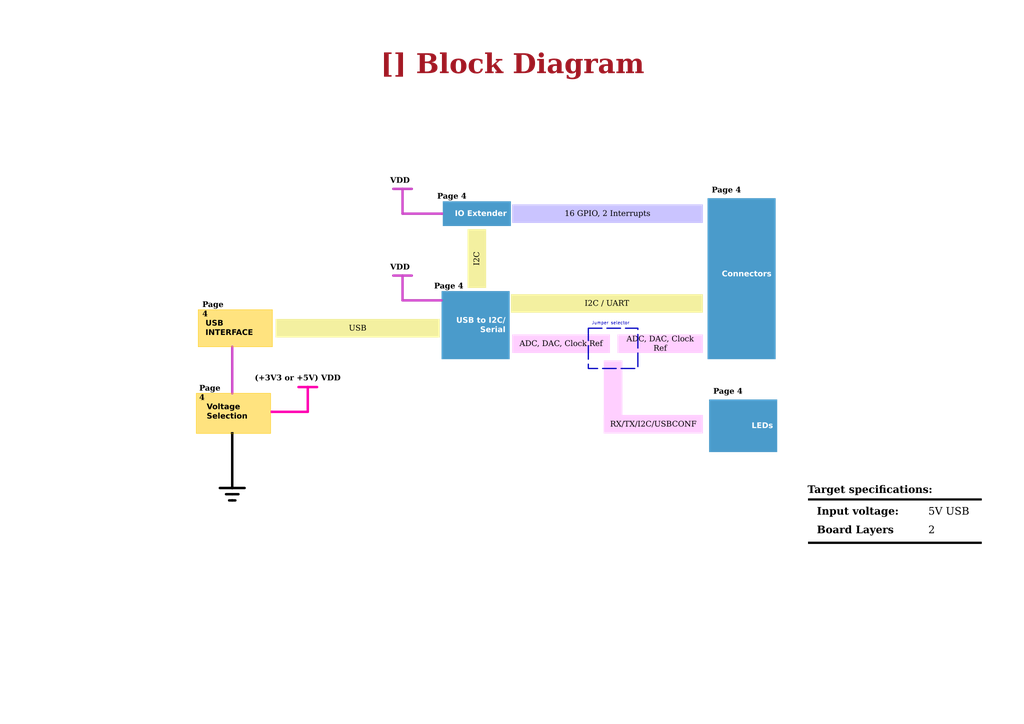
<source format=kicad_sch>
(kicad_sch
	(version 20250114)
	(generator "eeschema")
	(generator_version "9.0")
	(uuid "d4440dba-022e-49b2-97f2-6fc1871c7304")
	(paper "A3")
	(title_block
		(title "Block Diagram")
		(date "Last Modified Date")
		(rev "${REVISION}")
		(company "${COMPANY}")
	)
	(lib_symbols)
	(rectangle
		(start 80.518 161.29)
		(end 110.998 177.8)
		(stroke
			(width 0)
			(type default)
			(color 255 200 0 0.5019607843)
		)
		(fill
			(type color)
			(color 255 200 0 0.5019607843)
		)
		(uuid 2d9051c0-06cf-4e3a-9d86-de06c0d33079)
	)
	(rectangle
		(start 180.975 87.249)
		(end 181.61 88.011)
		(stroke
			(width 0.25)
			(type default)
			(color 198 71 194 1)
		)
		(fill
			(type color)
			(color 198 71 194 1)
		)
		(uuid 71a7bc8d-71ba-4784-b706-1c489dd4699b)
	)
	(rectangle
		(start 331.47 222.25)
		(end 402.59 223.012)
		(stroke
			(width 0)
			(type default)
			(color 0 0 0 1)
		)
		(fill
			(type color)
			(color 0 0 0 1)
		)
		(uuid 8956a1c0-282a-4b1e-927b-8bc74278d14f)
	)
	(rectangle
		(start 81.28 127)
		(end 111.76 142.24)
		(stroke
			(width 0)
			(type default)
			(color 255 200 0 0.5019607843)
		)
		(fill
			(type color)
			(color 255 200 0 0.5019607843)
		)
		(uuid a47826fc-526c-4a52-84ae-b6a04e3e3b0c)
	)
	(rectangle
		(start 241.3 134.62)
		(end 261.62 151.13)
		(stroke
			(width 0.508)
			(type dash)
		)
		(fill
			(type none)
		)
		(uuid a8b0eaaf-5af9-4125-94de-49d70ec14934)
	)
	(rectangle
		(start 94.742 177.292)
		(end 95.758 178.054)
		(stroke
			(width 0.001)
			(type default)
			(color 0 0 0 1)
		)
		(fill
			(type color)
			(color 0 0 0 1)
		)
		(uuid b708d319-09b2-4d42-8c3b-186b2ae54113)
	)
	(rectangle
		(start 331.47 204.47)
		(end 402.59 205.232)
		(stroke
			(width 0)
			(type default)
			(color 0 0 0 1)
		)
		(fill
			(type color)
			(color 0 0 0 1)
		)
		(uuid d631d51a-2515-45dc-a2c0-e57c4fee46cd)
	)
	(rectangle
		(start 111.125 168.529)
		(end 111.76 169.291)
		(stroke
			(width 0.25)
			(type default)
			(color 255 0 171 1)
		)
		(fill
			(type color)
			(color 255 0 171 1)
		)
		(uuid e7ce496d-41ff-4f99-ad4b-3310127e6767)
	)
	(text "(+3V3 or +5V) VDD"
		(exclude_from_sim no)
		(at 139.7 157.226 0)
		(effects
			(font
				(face "Times New Roman")
				(size 2.286 2.286)
				(thickness 0.4572)
				(bold yes)
				(color 0 0 0 1)
			)
			(justify right bottom)
		)
		(uuid "21652dff-f089-4644-9826-ab550c17fe1e")
	)
	(text "VDD"
		(exclude_from_sim no)
		(at 160.02 76.2 0)
		(effects
			(font
				(face "Times New Roman")
				(size 2.286 2.286)
				(thickness 0.4572)
				(bold yes)
				(color 0 0 0 1)
			)
			(justify left bottom)
		)
		(uuid "61bcd564-dc47-4abd-8776-b89cef66ed38")
	)
	(text "Jumper selector"
		(exclude_from_sim no)
		(at 250.444 132.588 0)
		(effects
			(font
				(size 1.27 1.27)
			)
		)
		(uuid "b6a1eb32-78ef-427d-ac87-19925bea9eb1")
	)
	(text "VDD"
		(exclude_from_sim no)
		(at 160.02 111.76 0)
		(effects
			(font
				(face "Times New Roman")
				(size 2.286 2.286)
				(thickness 0.4572)
				(bold yes)
				(color 0 0 0 1)
			)
			(justify left bottom)
		)
		(uuid "be432666-a423-4de2-897b-8514730b8454")
	)
	(text_box ""
		(exclude_from_sim no)
		(at 247.65 147.828 90)
		(size 7.62 29.972)
		(margins 1.7144 1.7144 1.7144 1.7144)
		(stroke
			(width -0.0001)
			(type solid)
		)
		(fill
			(type color)
			(color 255 207 255 1)
		)
		(effects
			(font
				(face "Times New Roman")
				(size 2.286 2.286)
				(italic yes)
				(color 0 0 0 1)
			)
		)
		(uuid "048a7574-31eb-4ed2-8a6c-16a3a076a276")
	)
	(text_box "USB\nINTERFACE"
		(exclude_from_sim no)
		(at 82.55 129.54 0)
		(size 25.4 10.16)
		(margins 1.7144 1.7144 1.7144 1.7144)
		(stroke
			(width -0.0001)
			(type solid)
		)
		(fill
			(type none)
		)
		(effects
			(font
				(face "Arial")
				(size 2.286 2.286)
				(thickness 0.254)
				(bold yes)
				(color 0 0 0 1)
			)
			(justify left top)
		)
		(uuid "09ba23be-b0e7-4b83-8609-d145cf0340f4")
	)
	(text_box "Connectors\n\n\n"
		(exclude_from_sim no)
		(at 290.195 81.28 0)
		(size 27.94 66.04)
		(margins 1.7144 1.7144 1.7144 1.7144)
		(stroke
			(width -0.0001)
			(type solid)
		)
		(fill
			(type color)
			(color 74 155 203 1)
		)
		(effects
			(font
				(face "Arial")
				(size 2.286 2.286)
				(bold yes)
				(color 255 255 255 1)
			)
			(justify right)
		)
		(uuid "14fdfc54-c018-4f89-9e33-fde4ff65c5be")
	)
	(text_box "Board Layers"
		(exclude_from_sim no)
		(at 332.74 213.36 0)
		(size 43.18 7.62)
		(margins 2.2859 2.2859 2.2859 2.2859)
		(stroke
			(width -0.0001)
			(type solid)
		)
		(fill
			(type none)
		)
		(effects
			(font
				(face "Times New Roman")
				(size 3.048 3.048)
				(thickness 0.4572)
				(bold yes)
				(color 0 0 0 1)
			)
			(justify left top)
		)
		(uuid "16ff5c12-a59a-498f-9a58-8440cea84b9d")
	)
	(text_box "ADC, DAC, Clock Ref"
		(exclude_from_sim no)
		(at 210.058 137.16 0)
		(size 40.132 7.62)
		(margins 1.7144 1.7144 1.7144 1.7144)
		(stroke
			(width -0.0001)
			(type solid)
		)
		(fill
			(type color)
			(color 255 207 255 1)
		)
		(effects
			(font
				(face "Times New Roman")
				(size 2.286 2.286)
				(italic yes)
				(color 0 0 0 1)
			)
		)
		(uuid "205684f9-9b3f-4aef-bbd6-2a2cbf506b65")
	)
	(text_box "Page 4"
		(exclude_from_sim no)
		(at 81.28 121.92 0)
		(size 13.97 5.08)
		(margins 1.7144 1.7144 1.7144 1.7144)
		(stroke
			(width -0.0001)
			(type solid)
		)
		(fill
			(type none)
		)
		(effects
			(font
				(face "Times New Roman")
				(size 2.286 2.286)
				(thickness 0.4572)
				(bold yes)
				(color 0 0 0 1)
			)
			(justify left top)
			(href "#4")
		)
		(uuid "25e67c2a-22a2-476d-a2a7-90f26cd861ba")
	)
	(text_box "Input voltage:"
		(exclude_from_sim no)
		(at 332.74 205.74 0)
		(size 41.91 7.62)
		(margins 2.2859 2.2859 2.2859 2.2859)
		(stroke
			(width -0.0001)
			(type default)
		)
		(fill
			(type none)
		)
		(effects
			(font
				(face "Times New Roman")
				(size 3.048 3.048)
				(thickness 0.4572)
				(bold yes)
				(color 0 0 0 1)
			)
			(justify left top)
		)
		(uuid "347e7e61-7c93-449c-8c65-b1d74937394e")
	)
	(text_box "USB"
		(exclude_from_sim no)
		(at 113.03 130.81 0)
		(size 67.31 7.62)
		(margins 1.7144 1.7144 1.7144 1.7144)
		(stroke
			(width -0.0001)
			(type solid)
		)
		(fill
			(type color)
			(color 243 240 160 1)
		)
		(effects
			(font
				(face "Times New Roman")
				(size 2.286 2.286)
				(italic yes)
				(color 0 0 0 1)
			)
		)
		(uuid "34b6ca41-5940-4672-b5cc-4fa509938b0a")
	)
	(text_box "Page 4"
		(exclude_from_sim no)
		(at 173.99 114.3 0)
		(size 17.78 5.08)
		(margins 1.7144 1.7144 1.7144 1.7144)
		(stroke
			(width -0.0001)
			(type solid)
		)
		(fill
			(type none)
		)
		(effects
			(font
				(face "Times New Roman")
				(size 2.286 2.286)
				(thickness 0.4572)
				(bold yes)
				(color 0 0 0 1)
			)
			(justify right top)
			(href "#4")
		)
		(uuid "3564b889-b0ec-4bd6-98b2-dc2347a291c5")
	)
	(text_box "2"
		(exclude_from_sim no)
		(at 378.46 213.36 0)
		(size 24.13 7.62)
		(margins 2.2859 2.2859 2.2859 2.2859)
		(stroke
			(width -0.0001)
			(type solid)
		)
		(fill
			(type none)
		)
		(effects
			(font
				(face "Times New Roman")
				(size 3.048 3.048)
				(color 0 0 0 1)
			)
			(justify left top)
		)
		(uuid "3d9a8928-04fd-4c32-8894-e3210045027d")
	)
	(text_box "USB to I2C/\nSerial"
		(exclude_from_sim no)
		(at 181.102 119.38 0)
		(size 27.94 27.94)
		(margins 1.7144 1.7144 1.7144 1.7144)
		(stroke
			(width -0.0001)
			(type solid)
		)
		(fill
			(type color)
			(color 74 155 203 1)
		)
		(effects
			(font
				(face "Arial")
				(size 2.286 2.286)
				(bold yes)
				(color 255 255 255 1)
			)
			(justify right)
		)
		(uuid "4299d747-90ff-4a47-9b32-97c12f9ab979")
	)
	(text_box "16 GPIO, 2 Interrupts"
		(exclude_from_sim no)
		(at 210.058 83.82 0)
		(size 78.232 7.62)
		(margins 1.7144 1.7144 1.7144 1.7144)
		(stroke
			(width -0.0001)
			(type solid)
		)
		(fill
			(type color)
			(color 202 196 255 1)
		)
		(effects
			(font
				(face "Times New Roman")
				(size 2.286 2.286)
				(italic yes)
				(color 0 0 0 1)
			)
		)
		(uuid "4be2fbb4-9521-4c43-b13b-45298595a8b7")
	)
	(text_box "IO Extender"
		(exclude_from_sim no)
		(at 181.61 82.55 0)
		(size 27.94 10.16)
		(margins 1.7144 1.7144 1.7144 1.7144)
		(stroke
			(width -0.0001)
			(type solid)
		)
		(fill
			(type color)
			(color 74 155 203 1)
		)
		(effects
			(font
				(face "Arial")
				(size 2.286 2.286)
				(bold yes)
				(color 255 255 255 1)
			)
			(justify right)
		)
		(uuid "5a2e6555-9060-4d4a-9a34-a05560ac30d8")
	)
	(text_box "[${#}] ${TITLE}"
		(exclude_from_sim no)
		(at 144.78 20.32 0)
		(size 130.81 12.7)
		(margins 5.9999 5.9999 5.9999 5.9999)
		(stroke
			(width -0.0001)
			(type default)
		)
		(fill
			(type none)
		)
		(effects
			(font
				(face "Times New Roman")
				(size 8 8)
				(thickness 1.2)
				(bold yes)
				(color 162 22 34 1)
			)
		)
		(uuid "73b2b29c-2473-4e80-be0b-4f57c6856c3e")
	)
	(text_box "Page 4"
		(exclude_from_sim no)
		(at 80.01 156.21 0)
		(size 13.97 5.08)
		(margins 1.7144 1.7144 1.7144 1.7144)
		(stroke
			(width -0.0001)
			(type solid)
		)
		(fill
			(type none)
		)
		(effects
			(font
				(face "Times New Roman")
				(size 2.286 2.286)
				(thickness 0.4572)
				(bold yes)
				(color 0 0 0 1)
			)
			(justify left top)
			(href "#4")
		)
		(uuid "7d0acf89-7773-4e7f-ac89-c1f23d71a151")
	)
	(text_box "Target specifications:"
		(exclude_from_sim no)
		(at 328.93 196.85 0)
		(size 73.66 7.62)
		(margins 2.2859 2.2859 2.2859 2.2859)
		(stroke
			(width -0.0001)
			(type default)
		)
		(fill
			(type none)
		)
		(effects
			(font
				(face "Times New Roman")
				(size 3.048 3.048)
				(thickness 0.4572)
				(bold yes)
				(color 0 0 0 1)
			)
			(justify left top)
		)
		(uuid "874bfc99-fafe-40d4-b7af-9ddb98b61eea")
	)
	(text_box "Page 4"
		(exclude_from_sim no)
		(at 175.26 77.47 0)
		(size 17.78 5.08)
		(margins 1.7144 1.7144 1.7144 1.7144)
		(stroke
			(width -0.0001)
			(type solid)
		)
		(fill
			(type none)
		)
		(effects
			(font
				(face "Times New Roman")
				(size 2.286 2.286)
				(thickness 0.4572)
				(bold yes)
				(color 0 0 0 1)
			)
			(justify right top)
			(href "#4")
		)
		(uuid "9e4a510b-5c75-46a6-9e6e-397aa68ebd40")
	)
	(text_box "5V USB"
		(exclude_from_sim no)
		(at 378.46 205.74 0)
		(size 24.13 7.62)
		(margins 2.2859 2.2859 2.2859 2.2859)
		(stroke
			(width -0.0001)
			(type solid)
		)
		(fill
			(type none)
		)
		(effects
			(font
				(face "Times New Roman")
				(size 3.048 3.048)
				(color 0 0 0 1)
			)
			(justify left top)
		)
		(uuid "aa388299-5267-444a-a70f-fbbbf3a9efdc")
	)
	(text_box "I2C"
		(exclude_from_sim no)
		(at 191.77 93.98 90)
		(size 7.62 24.13)
		(margins 1.7144 1.7144 1.7144 1.7144)
		(stroke
			(width -0.0001)
			(type solid)
		)
		(fill
			(type color)
			(color 243 240 160 1)
		)
		(effects
			(font
				(face "Times New Roman")
				(size 2.286 2.286)
				(italic yes)
				(color 0 0 0 1)
			)
		)
		(uuid "ac55f6a4-c860-4f8c-a7e1-eb304067edac")
	)
	(text_box "RX/TX/I2C/USBCONF"
		(exclude_from_sim no)
		(at 247.65 170.18 0)
		(size 40.64 7.62)
		(margins 1.7144 1.7144 1.7144 1.7144)
		(stroke
			(width -0.0001)
			(type solid)
		)
		(fill
			(type color)
			(color 255 207 255 1)
		)
		(effects
			(font
				(face "Times New Roman")
				(size 2.286 2.286)
				(italic yes)
				(color 0 0 0 1)
			)
		)
		(uuid "be92c07d-d221-486d-a31e-070b08798390")
	)
	(text_box "Page 4"
		(exclude_from_sim no)
		(at 290.83 157.48 0)
		(size 24.765 5.08)
		(margins 1.7144 1.7144 1.7144 1.7144)
		(stroke
			(width -0.0001)
			(type solid)
		)
		(fill
			(type none)
		)
		(effects
			(font
				(face "Times New Roman")
				(size 2.286 2.286)
				(thickness 0.4572)
				(bold yes)
				(color 0 0 0 1)
			)
			(justify left top)
			(href "#4")
		)
		(uuid "c01264fd-dd42-4d02-a13d-c4c2a2a6784b")
	)
	(text_box "I2C / UART"
		(exclude_from_sim no)
		(at 209.55 120.65 0)
		(size 78.74 7.62)
		(margins 1.7144 1.7144 1.7144 1.7144)
		(stroke
			(width -0.0001)
			(type solid)
		)
		(fill
			(type color)
			(color 243 240 160 1)
		)
		(effects
			(font
				(face "Times New Roman")
				(size 2.286 2.286)
				(italic yes)
				(color 0 0 0 1)
			)
		)
		(uuid "c7f141f1-0a13-41d6-9001-79167345df61")
	)
	(text_box "LEDs"
		(exclude_from_sim no)
		(at 290.83 163.83 0)
		(size 27.94 21.59)
		(margins 1.7144 1.7144 1.7144 1.7144)
		(stroke
			(width -0.0001)
			(type solid)
		)
		(fill
			(type color)
			(color 74 155 203 1)
		)
		(effects
			(font
				(face "Arial")
				(size 2.286 2.286)
				(bold yes)
				(color 255 255 255 1)
			)
			(justify right)
		)
		(uuid "dc7e2fff-1ef5-42cf-be83-998605f0f7d3")
	)
	(text_box "Page 4"
		(exclude_from_sim no)
		(at 290.195 74.93 0)
		(size 24.765 5.08)
		(margins 1.7144 1.7144 1.7144 1.7144)
		(stroke
			(width -0.0001)
			(type solid)
		)
		(fill
			(type none)
		)
		(effects
			(font
				(face "Times New Roman")
				(size 2.286 2.286)
				(thickness 0.4572)
				(bold yes)
				(color 0 0 0 1)
			)
			(justify left top)
			(href "#4")
		)
		(uuid "e8b722a7-e885-4392-8585-c14113718643")
	)
	(text_box "Voltage Selection"
		(exclude_from_sim no)
		(at 83.058 163.83 0)
		(size 25.4 10.16)
		(margins 1.7144 1.7144 1.7144 1.7144)
		(stroke
			(width -0.0001)
			(type solid)
		)
		(fill
			(type none)
		)
		(effects
			(font
				(face "Arial")
				(size 2.286 2.286)
				(thickness 0.254)
				(bold yes)
				(color 0 0 0 1)
			)
			(justify left top)
		)
		(uuid "fa5980b9-e4f3-4da8-ab01-e73489c1ad9d")
	)
	(text_box "ADC, DAC, Clock Ref"
		(exclude_from_sim no)
		(at 253.238 137.16 0)
		(size 35.052 7.62)
		(margins 1.7144 1.7144 1.7144 1.7144)
		(stroke
			(width -0.0001)
			(type solid)
		)
		(fill
			(type color)
			(color 255 207 255 1)
		)
		(effects
			(font
				(face "Times New Roman")
				(size 2.286 2.286)
				(italic yes)
				(color 0 0 0 1)
			)
		)
		(uuid "faff2804-eacd-49ce-bf1b-b196903dc92f")
	)
	(polyline
		(pts
			(xy 165.1 77.47) (xy 168.91 77.47)
		)
		(stroke
			(width 1.016)
			(type default)
			(color 198 71 194 1)
		)
		(uuid "0c4f2c87-5668-4ab3-9f54-bb552b1160e0")
	)
	(polyline
		(pts
			(xy 111.506 168.91) (xy 126.238 168.91)
		)
		(stroke
			(width 1.016)
			(type default)
			(color 255 0 171 1)
		)
		(uuid "0ed64fab-7c93-4b9e-8488-f7bf9ddb0328")
	)
	(polyline
		(pts
			(xy 95.25 200.152) (xy 100.33 200.152)
		)
		(stroke
			(width 1.016)
			(type default)
			(color 0 0 0 1)
		)
		(uuid "108b3f3d-7870-4a32-a39e-da98900ff511")
	)
	(polyline
		(pts
			(xy 181.102 87.63) (xy 165.1 87.63)
		)
		(stroke
			(width 1.016)
			(type default)
			(color 198 71 194 1)
		)
		(uuid "12ef2ddf-0ea9-47cc-b3da-b713337e7a4d")
	)
	(polyline
		(pts
			(xy 126.238 158.75) (xy 122.428 158.75)
		)
		(stroke
			(width 1.016)
			(type default)
			(color 255 0 171 1)
		)
		(uuid "1b0d0315-6656-4680-af25-b250f62ec5f3")
	)
	(polyline
		(pts
			(xy 95.25 151.13) (xy 95.25 161.29)
		)
		(stroke
			(width 1.016)
			(type default)
			(color 198 71 194 1)
		)
		(uuid "2120925a-9734-4a03-acd0-2c233200e92a")
	)
	(polyline
		(pts
			(xy 95.25 142.24) (xy 95.25 151.13)
		)
		(stroke
			(width 1.016)
			(type default)
			(color 198 71 194 1)
		)
		(uuid "21a79648-61f0-4be6-a4a4-b98eeda65143")
	)
	(polyline
		(pts
			(xy 161.29 77.47) (xy 165.1 77.47)
		)
		(stroke
			(width 1.016)
			(type default)
			(color 198 71 194 1)
		)
		(uuid "21ea9e82-75fb-4584-ad6e-013b648b8538")
	)
	(polyline
		(pts
			(xy 96.52 205.232) (xy 95.25 205.232)
		)
		(stroke
			(width 1.016)
			(type default)
			(color 0 0 0 1)
		)
		(uuid "4843f438-0be6-4237-8e1d-81ed69202607")
	)
	(polyline
		(pts
			(xy 130.048 158.75) (xy 126.238 158.75)
		)
		(stroke
			(width 1.016)
			(type default)
			(color 255 0 171 1)
		)
		(uuid "5b1ffc3a-ecff-4205-9887-1fde1b3f29c7")
	)
	(polyline
		(pts
			(xy 90.17 200.152) (xy 95.25 200.152)
		)
		(stroke
			(width 1.016)
			(type default)
			(color 0 0 0 1)
		)
		(uuid "5c614747-4d35-44e5-a560-7918f1e9dd9d")
	)
	(polyline
		(pts
			(xy 181.102 123.19) (xy 165.1 123.19)
		)
		(stroke
			(width 1.016)
			(type default)
			(color 198 71 194 1)
		)
		(uuid "7c11438c-0f16-4456-9117-f4ee51716f55")
	)
	(polyline
		(pts
			(xy 95.25 177.8) (xy 95.25 200.152)
		)
		(stroke
			(width 1.016)
			(type default)
			(color 0 0 0 1)
		)
		(uuid "8f1e723c-cb46-42d5-9f0d-53653b347507")
	)
	(polyline
		(pts
			(xy 165.1 77.47) (xy 165.1 87.63)
		)
		(stroke
			(width 1.016)
			(type default)
			(color 198 71 194 1)
		)
		(uuid "9e94e400-0ca7-4a19-9721-e89096fc8ef1")
	)
	(polyline
		(pts
			(xy 95.25 205.232) (xy 93.98 205.232)
		)
		(stroke
			(width 1.016)
			(type default)
			(color 0 0 0 1)
		)
		(uuid "9fd90c44-7057-4a26-a7ab-c33c5beb28e1")
	)
	(polyline
		(pts
			(xy 126.238 158.75) (xy 126.238 168.91)
		)
		(stroke
			(width 1.016)
			(type default)
			(color 255 0 171 1)
		)
		(uuid "a322456e-1e18-4992-b811-547b83e46d9a")
	)
	(polyline
		(pts
			(xy 161.29 113.03) (xy 165.1 113.03)
		)
		(stroke
			(width 1.016)
			(type default)
			(color 198 71 194 1)
		)
		(uuid "a62c6f35-2816-4824-9b08-4c2a2dd95b50")
	)
	(polyline
		(pts
			(xy 165.1 113.03) (xy 168.91 113.03)
		)
		(stroke
			(width 1.016)
			(type default)
			(color 198 71 194 1)
		)
		(uuid "bd7ee750-3894-4deb-996d-c4ff7f542fb7")
	)
	(polyline
		(pts
			(xy 97.79 202.692) (xy 95.25 202.692)
		)
		(stroke
			(width 1.016)
			(type default)
			(color 0 0 0 1)
		)
		(uuid "e812ef17-820a-4d51-ab4b-214bf4a7ff4f")
	)
	(polyline
		(pts
			(xy 95.25 202.692) (xy 92.71 202.692)
		)
		(stroke
			(width 1.016)
			(type default)
			(color 0 0 0 1)
		)
		(uuid "ecec9f07-c25e-4a64-8539-dbb99696f340")
	)
	(polyline
		(pts
			(xy 165.1 113.03) (xy 165.1 123.19)
		)
		(stroke
			(width 1.016)
			(type default)
			(color 198 71 194 1)
		)
		(uuid "ef3acceb-0885-42d7-8abf-3e67a7bb8710")
	)
)

</source>
